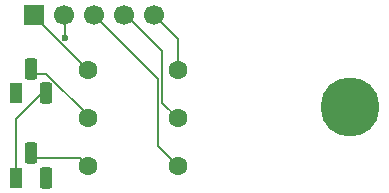
<source format=gbr>
%TF.GenerationSoftware,KiCad,Pcbnew,9.0.2*%
%TF.CreationDate,2025-07-01T20:38:10-07:00*%
%TF.ProjectId,Blinky,426c696e-6b79-42e6-9b69-6361645f7063,rev?*%
%TF.SameCoordinates,Original*%
%TF.FileFunction,Copper,L1,Top*%
%TF.FilePolarity,Positive*%
%FSLAX46Y46*%
G04 Gerber Fmt 4.6, Leading zero omitted, Abs format (unit mm)*
G04 Created by KiCad (PCBNEW 9.0.2) date 2025-07-01 20:38:10*
%MOMM*%
%LPD*%
G01*
G04 APERTURE LIST*
G04 Aperture macros list*
%AMRoundRect*
0 Rectangle with rounded corners*
0 $1 Rounding radius*
0 $2 $3 $4 $5 $6 $7 $8 $9 X,Y pos of 4 corners*
0 Add a 4 corners polygon primitive as box body*
4,1,4,$2,$3,$4,$5,$6,$7,$8,$9,$2,$3,0*
0 Add four circle primitives for the rounded corners*
1,1,$1+$1,$2,$3*
1,1,$1+$1,$4,$5*
1,1,$1+$1,$6,$7*
1,1,$1+$1,$8,$9*
0 Add four rect primitives between the rounded corners*
20,1,$1+$1,$2,$3,$4,$5,0*
20,1,$1+$1,$4,$5,$6,$7,0*
20,1,$1+$1,$6,$7,$8,$9,0*
20,1,$1+$1,$8,$9,$2,$3,0*%
G04 Aperture macros list end*
%TA.AperFunction,ComponentPad*%
%ADD10R,1.100000X1.800000*%
%TD*%
%TA.AperFunction,ComponentPad*%
%ADD11RoundRect,0.275000X-0.275000X-0.625000X0.275000X-0.625000X0.275000X0.625000X-0.275000X0.625000X0*%
%TD*%
%TA.AperFunction,ComponentPad*%
%ADD12C,1.600000*%
%TD*%
%TA.AperFunction,ComponentPad*%
%ADD13R,1.700000X1.700000*%
%TD*%
%TA.AperFunction,ComponentPad*%
%ADD14C,1.700000*%
%TD*%
%TA.AperFunction,ViaPad*%
%ADD15C,5.000000*%
%TD*%
%TA.AperFunction,ViaPad*%
%ADD16C,0.600000*%
%TD*%
%TA.AperFunction,Conductor*%
%ADD17C,0.200000*%
%TD*%
G04 APERTURE END LIST*
D10*
%TO.P,Q1,1,C*%
%TO.N,NAND1 OUTPUT*%
X111180000Y-92850000D03*
D11*
%TO.P,Q1,2,B*%
%TO.N,Net-(Q1-B)*%
X112450000Y-90780000D03*
%TO.P,Q1,3,E*%
%TO.N,Net-(Q1-E)*%
X113720000Y-92850000D03*
%TD*%
D12*
%TO.P,R3,1*%
%TO.N,Net-(Q2-B)*%
X117280000Y-99000000D03*
%TO.P,R3,2*%
%TO.N,NAND1 INPUT B*%
X124900000Y-99000000D03*
%TD*%
D10*
%TO.P,Q2,1,C*%
%TO.N,Net-(Q1-E)*%
X111180000Y-100000000D03*
D11*
%TO.P,Q2,2,B*%
%TO.N,Net-(Q2-B)*%
X112450000Y-97930000D03*
%TO.P,Q2,3,E*%
%TO.N,GND*%
X113720000Y-100000000D03*
%TD*%
D13*
%TO.P,J1,1,Pin_1*%
%TO.N,VCC*%
X112720000Y-86200000D03*
D14*
%TO.P,J1,2,Pin_2*%
%TO.N,GND*%
X115260000Y-86200000D03*
%TO.P,J1,3,Pin_3*%
%TO.N,NAND1 INPUT B*%
X117800000Y-86200000D03*
%TO.P,J1,4,Pin_4*%
%TO.N,NAND1 INPUT A*%
X120340000Y-86200000D03*
%TO.P,J1,5,Pin_5*%
%TO.N,NAND1 OUTPUT*%
X122880000Y-86200000D03*
%TD*%
D12*
%TO.P,R1,1*%
%TO.N,VCC*%
X117280000Y-90900000D03*
%TO.P,R1,2*%
%TO.N,NAND1 OUTPUT*%
X124900000Y-90900000D03*
%TD*%
%TO.P,R2,1*%
%TO.N,Net-(Q1-B)*%
X117280000Y-94950000D03*
%TO.P,R2,2*%
%TO.N,NAND1 INPUT A*%
X124900000Y-94950000D03*
%TD*%
D15*
%TO.N,*%
X139500000Y-94000000D03*
D16*
%TO.N,GND*%
X115364265Y-88135735D03*
%TD*%
D17*
%TO.N,GND*%
X115364265Y-88135735D02*
X115364265Y-86304265D01*
X115364265Y-86304265D02*
X115260000Y-86200000D01*
%TO.N,NAND1 OUTPUT*%
X122880000Y-86200000D02*
X124900000Y-88220000D01*
X124900000Y-88220000D02*
X124900000Y-90900000D01*
%TO.N,Net-(Q1-B)*%
X112450000Y-91180000D02*
X113772206Y-91180000D01*
X113772206Y-91180000D02*
X117280000Y-94687794D01*
X117280000Y-94687794D02*
X117280000Y-94950000D01*
%TO.N,Net-(Q1-E)*%
X113720000Y-92450000D02*
X111180000Y-94990000D01*
X111180000Y-94990000D02*
X111180000Y-99600000D01*
%TO.N,Net-(Q2-B)*%
X112450000Y-98330000D02*
X116610000Y-98330000D01*
X116610000Y-98330000D02*
X117280000Y-99000000D01*
%TO.N,VCC*%
X112380000Y-86000000D02*
X112380000Y-85800000D01*
X112720000Y-86200000D02*
X112720000Y-86340000D01*
X112720000Y-86340000D02*
X117280000Y-90900000D01*
%TO.N,NAND1 INPUT A*%
X123600000Y-93650000D02*
X124900000Y-94950000D01*
X120500000Y-86200000D02*
X123600000Y-89300000D01*
X120340000Y-86200000D02*
X120500000Y-86200000D01*
X123600000Y-89300000D02*
X123600000Y-93650000D01*
%TO.N,NAND1 INPUT B*%
X117800000Y-86200000D02*
X123199000Y-91599000D01*
X123199000Y-97299000D02*
X124900000Y-99000000D01*
X123199000Y-91599000D02*
X123199000Y-97299000D01*
%TD*%
M02*

</source>
